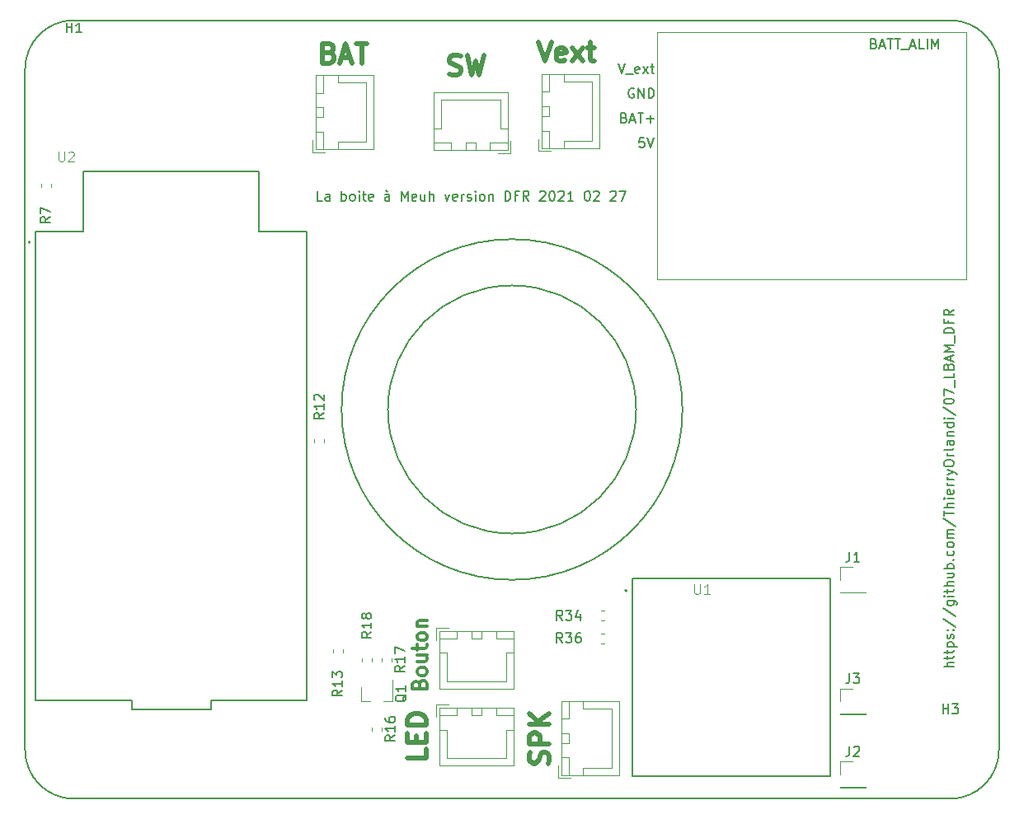
<source format=gbr>
%TF.GenerationSoftware,KiCad,Pcbnew,(5.1.6)-1*%
%TF.CreationDate,2021-02-27T16:35:54+01:00*%
%TF.ProjectId,07_LBAM_DFR,30375f4c-4241-44d5-9f44-46522e6b6963,rev?*%
%TF.SameCoordinates,Original*%
%TF.FileFunction,Legend,Top*%
%TF.FilePolarity,Positive*%
%FSLAX46Y46*%
G04 Gerber Fmt 4.6, Leading zero omitted, Abs format (unit mm)*
G04 Created by KiCad (PCBNEW (5.1.6)-1) date 2021-02-27 16:35:54*
%MOMM*%
%LPD*%
G01*
G04 APERTURE LIST*
%ADD10C,0.500000*%
%ADD11C,0.150000*%
%TA.AperFunction,Profile*%
%ADD12C,0.150000*%
%TD*%
%ADD13C,0.375000*%
%ADD14C,0.127000*%
%ADD15C,0.200000*%
%ADD16C,0.120000*%
%ADD17C,0.015000*%
G04 APERTURE END LIST*
D10*
X153709523Y-141371428D02*
X153804761Y-141085714D01*
X153804761Y-140609523D01*
X153709523Y-140419047D01*
X153614285Y-140323809D01*
X153423809Y-140228571D01*
X153233333Y-140228571D01*
X153042857Y-140323809D01*
X152947619Y-140419047D01*
X152852380Y-140609523D01*
X152757142Y-140990476D01*
X152661904Y-141180952D01*
X152566666Y-141276190D01*
X152376190Y-141371428D01*
X152185714Y-141371428D01*
X151995238Y-141276190D01*
X151900000Y-141180952D01*
X151804761Y-140990476D01*
X151804761Y-140514285D01*
X151900000Y-140228571D01*
X153804761Y-139371428D02*
X151804761Y-139371428D01*
X151804761Y-138609523D01*
X151900000Y-138419047D01*
X151995238Y-138323809D01*
X152185714Y-138228571D01*
X152471428Y-138228571D01*
X152661904Y-138323809D01*
X152757142Y-138419047D01*
X152852380Y-138609523D01*
X152852380Y-139371428D01*
X153804761Y-137371428D02*
X151804761Y-137371428D01*
X153804761Y-136228571D02*
X152661904Y-137085714D01*
X151804761Y-136228571D02*
X152947619Y-137371428D01*
D11*
X167500000Y-105000000D02*
G75*
G03*
X167500000Y-105000000I-17500000J0D01*
G01*
D12*
X162747549Y-105000000D02*
G75*
G03*
X162747549Y-105000000I-12747549J0D01*
G01*
D10*
X143585714Y-70509523D02*
X143871428Y-70604761D01*
X144347619Y-70604761D01*
X144538095Y-70509523D01*
X144633333Y-70414285D01*
X144728571Y-70223809D01*
X144728571Y-70033333D01*
X144633333Y-69842857D01*
X144538095Y-69747619D01*
X144347619Y-69652380D01*
X143966666Y-69557142D01*
X143776190Y-69461904D01*
X143680952Y-69366666D01*
X143585714Y-69176190D01*
X143585714Y-68985714D01*
X143680952Y-68795238D01*
X143776190Y-68700000D01*
X143966666Y-68604761D01*
X144442857Y-68604761D01*
X144728571Y-68700000D01*
X145395238Y-68604761D02*
X145871428Y-70604761D01*
X146252380Y-69176190D01*
X146633333Y-70604761D01*
X147109523Y-68604761D01*
X131223809Y-68357142D02*
X131509523Y-68452380D01*
X131604761Y-68547619D01*
X131700000Y-68738095D01*
X131700000Y-69023809D01*
X131604761Y-69214285D01*
X131509523Y-69309523D01*
X131319047Y-69404761D01*
X130557142Y-69404761D01*
X130557142Y-67404761D01*
X131223809Y-67404761D01*
X131414285Y-67500000D01*
X131509523Y-67595238D01*
X131604761Y-67785714D01*
X131604761Y-67976190D01*
X131509523Y-68166666D01*
X131414285Y-68261904D01*
X131223809Y-68357142D01*
X130557142Y-68357142D01*
X132461904Y-68833333D02*
X133414285Y-68833333D01*
X132271428Y-69404761D02*
X132938095Y-67404761D01*
X133604761Y-69404761D01*
X133985714Y-67404761D02*
X135128571Y-67404761D01*
X134557142Y-69404761D02*
X134557142Y-67404761D01*
X152695238Y-67204761D02*
X153361904Y-69204761D01*
X154028571Y-67204761D01*
X155457142Y-69109523D02*
X155266666Y-69204761D01*
X154885714Y-69204761D01*
X154695238Y-69109523D01*
X154600000Y-68919047D01*
X154600000Y-68157142D01*
X154695238Y-67966666D01*
X154885714Y-67871428D01*
X155266666Y-67871428D01*
X155457142Y-67966666D01*
X155552380Y-68157142D01*
X155552380Y-68347619D01*
X154600000Y-68538095D01*
X156219047Y-69204761D02*
X157266666Y-67871428D01*
X156219047Y-67871428D02*
X157266666Y-69204761D01*
X157742857Y-67871428D02*
X158504761Y-67871428D01*
X158028571Y-67204761D02*
X158028571Y-68919047D01*
X158123809Y-69109523D01*
X158314285Y-69204761D01*
X158504761Y-69204761D01*
D11*
X130490476Y-83552380D02*
X130014285Y-83552380D01*
X130014285Y-82552380D01*
X131252380Y-83552380D02*
X131252380Y-83028571D01*
X131204761Y-82933333D01*
X131109523Y-82885714D01*
X130919047Y-82885714D01*
X130823809Y-82933333D01*
X131252380Y-83504761D02*
X131157142Y-83552380D01*
X130919047Y-83552380D01*
X130823809Y-83504761D01*
X130776190Y-83409523D01*
X130776190Y-83314285D01*
X130823809Y-83219047D01*
X130919047Y-83171428D01*
X131157142Y-83171428D01*
X131252380Y-83123809D01*
X132490476Y-83552380D02*
X132490476Y-82552380D01*
X132490476Y-82933333D02*
X132585714Y-82885714D01*
X132776190Y-82885714D01*
X132871428Y-82933333D01*
X132919047Y-82980952D01*
X132966666Y-83076190D01*
X132966666Y-83361904D01*
X132919047Y-83457142D01*
X132871428Y-83504761D01*
X132776190Y-83552380D01*
X132585714Y-83552380D01*
X132490476Y-83504761D01*
X133538095Y-83552380D02*
X133442857Y-83504761D01*
X133395238Y-83457142D01*
X133347619Y-83361904D01*
X133347619Y-83076190D01*
X133395238Y-82980952D01*
X133442857Y-82933333D01*
X133538095Y-82885714D01*
X133680952Y-82885714D01*
X133776190Y-82933333D01*
X133823809Y-82980952D01*
X133871428Y-83076190D01*
X133871428Y-83361904D01*
X133823809Y-83457142D01*
X133776190Y-83504761D01*
X133680952Y-83552380D01*
X133538095Y-83552380D01*
X134300000Y-83552380D02*
X134300000Y-82885714D01*
X134300000Y-82552380D02*
X134252380Y-82600000D01*
X134300000Y-82647619D01*
X134347619Y-82600000D01*
X134300000Y-82552380D01*
X134300000Y-82647619D01*
X134633333Y-82885714D02*
X135014285Y-82885714D01*
X134776190Y-82552380D02*
X134776190Y-83409523D01*
X134823809Y-83504761D01*
X134919047Y-83552380D01*
X135014285Y-83552380D01*
X135728571Y-83504761D02*
X135633333Y-83552380D01*
X135442857Y-83552380D01*
X135347619Y-83504761D01*
X135300000Y-83409523D01*
X135300000Y-83028571D01*
X135347619Y-82933333D01*
X135442857Y-82885714D01*
X135633333Y-82885714D01*
X135728571Y-82933333D01*
X135776190Y-83028571D01*
X135776190Y-83123809D01*
X135300000Y-83219047D01*
X137395238Y-83552380D02*
X137395238Y-83028571D01*
X137347619Y-82933333D01*
X137252380Y-82885714D01*
X137061904Y-82885714D01*
X136966666Y-82933333D01*
X137395238Y-83504761D02*
X137300000Y-83552380D01*
X137061904Y-83552380D01*
X136966666Y-83504761D01*
X136919047Y-83409523D01*
X136919047Y-83314285D01*
X136966666Y-83219047D01*
X137061904Y-83171428D01*
X137300000Y-83171428D01*
X137395238Y-83123809D01*
X137061904Y-82504761D02*
X137204761Y-82647619D01*
X138633333Y-83552380D02*
X138633333Y-82552380D01*
X138966666Y-83266666D01*
X139300000Y-82552380D01*
X139300000Y-83552380D01*
X140157142Y-83504761D02*
X140061904Y-83552380D01*
X139871428Y-83552380D01*
X139776190Y-83504761D01*
X139728571Y-83409523D01*
X139728571Y-83028571D01*
X139776190Y-82933333D01*
X139871428Y-82885714D01*
X140061904Y-82885714D01*
X140157142Y-82933333D01*
X140204761Y-83028571D01*
X140204761Y-83123809D01*
X139728571Y-83219047D01*
X141061904Y-82885714D02*
X141061904Y-83552380D01*
X140633333Y-82885714D02*
X140633333Y-83409523D01*
X140680952Y-83504761D01*
X140776190Y-83552380D01*
X140919047Y-83552380D01*
X141014285Y-83504761D01*
X141061904Y-83457142D01*
X141538095Y-83552380D02*
X141538095Y-82552380D01*
X141966666Y-83552380D02*
X141966666Y-83028571D01*
X141919047Y-82933333D01*
X141823809Y-82885714D01*
X141680952Y-82885714D01*
X141585714Y-82933333D01*
X141538095Y-82980952D01*
X143109523Y-82885714D02*
X143347619Y-83552380D01*
X143585714Y-82885714D01*
X144347619Y-83504761D02*
X144252380Y-83552380D01*
X144061904Y-83552380D01*
X143966666Y-83504761D01*
X143919047Y-83409523D01*
X143919047Y-83028571D01*
X143966666Y-82933333D01*
X144061904Y-82885714D01*
X144252380Y-82885714D01*
X144347619Y-82933333D01*
X144395238Y-83028571D01*
X144395238Y-83123809D01*
X143919047Y-83219047D01*
X144823809Y-83552380D02*
X144823809Y-82885714D01*
X144823809Y-83076190D02*
X144871428Y-82980952D01*
X144919047Y-82933333D01*
X145014285Y-82885714D01*
X145109523Y-82885714D01*
X145395238Y-83504761D02*
X145490476Y-83552380D01*
X145680952Y-83552380D01*
X145776190Y-83504761D01*
X145823809Y-83409523D01*
X145823809Y-83361904D01*
X145776190Y-83266666D01*
X145680952Y-83219047D01*
X145538095Y-83219047D01*
X145442857Y-83171428D01*
X145395238Y-83076190D01*
X145395238Y-83028571D01*
X145442857Y-82933333D01*
X145538095Y-82885714D01*
X145680952Y-82885714D01*
X145776190Y-82933333D01*
X146252380Y-83552380D02*
X146252380Y-82885714D01*
X146252380Y-82552380D02*
X146204761Y-82600000D01*
X146252380Y-82647619D01*
X146300000Y-82600000D01*
X146252380Y-82552380D01*
X146252380Y-82647619D01*
X146871428Y-83552380D02*
X146776190Y-83504761D01*
X146728571Y-83457142D01*
X146680952Y-83361904D01*
X146680952Y-83076190D01*
X146728571Y-82980952D01*
X146776190Y-82933333D01*
X146871428Y-82885714D01*
X147014285Y-82885714D01*
X147109523Y-82933333D01*
X147157142Y-82980952D01*
X147204761Y-83076190D01*
X147204761Y-83361904D01*
X147157142Y-83457142D01*
X147109523Y-83504761D01*
X147014285Y-83552380D01*
X146871428Y-83552380D01*
X147633333Y-82885714D02*
X147633333Y-83552380D01*
X147633333Y-82980952D02*
X147680952Y-82933333D01*
X147776190Y-82885714D01*
X147919047Y-82885714D01*
X148014285Y-82933333D01*
X148061904Y-83028571D01*
X148061904Y-83552380D01*
X149300000Y-83552380D02*
X149300000Y-82552380D01*
X149538095Y-82552380D01*
X149680952Y-82600000D01*
X149776190Y-82695238D01*
X149823809Y-82790476D01*
X149871428Y-82980952D01*
X149871428Y-83123809D01*
X149823809Y-83314285D01*
X149776190Y-83409523D01*
X149680952Y-83504761D01*
X149538095Y-83552380D01*
X149300000Y-83552380D01*
X150633333Y-83028571D02*
X150300000Y-83028571D01*
X150300000Y-83552380D02*
X150300000Y-82552380D01*
X150776190Y-82552380D01*
X151728571Y-83552380D02*
X151395238Y-83076190D01*
X151157142Y-83552380D02*
X151157142Y-82552380D01*
X151538095Y-82552380D01*
X151633333Y-82600000D01*
X151680952Y-82647619D01*
X151728571Y-82742857D01*
X151728571Y-82885714D01*
X151680952Y-82980952D01*
X151633333Y-83028571D01*
X151538095Y-83076190D01*
X151157142Y-83076190D01*
X152871428Y-82647619D02*
X152919047Y-82600000D01*
X153014285Y-82552380D01*
X153252380Y-82552380D01*
X153347619Y-82600000D01*
X153395238Y-82647619D01*
X153442857Y-82742857D01*
X153442857Y-82838095D01*
X153395238Y-82980952D01*
X152823809Y-83552380D01*
X153442857Y-83552380D01*
X154061904Y-82552380D02*
X154157142Y-82552380D01*
X154252380Y-82600000D01*
X154300000Y-82647619D01*
X154347619Y-82742857D01*
X154395238Y-82933333D01*
X154395238Y-83171428D01*
X154347619Y-83361904D01*
X154300000Y-83457142D01*
X154252380Y-83504761D01*
X154157142Y-83552380D01*
X154061904Y-83552380D01*
X153966666Y-83504761D01*
X153919047Y-83457142D01*
X153871428Y-83361904D01*
X153823809Y-83171428D01*
X153823809Y-82933333D01*
X153871428Y-82742857D01*
X153919047Y-82647619D01*
X153966666Y-82600000D01*
X154061904Y-82552380D01*
X154776190Y-82647619D02*
X154823809Y-82600000D01*
X154919047Y-82552380D01*
X155157142Y-82552380D01*
X155252380Y-82600000D01*
X155300000Y-82647619D01*
X155347619Y-82742857D01*
X155347619Y-82838095D01*
X155300000Y-82980952D01*
X154728571Y-83552380D01*
X155347619Y-83552380D01*
X156300000Y-83552380D02*
X155728571Y-83552380D01*
X156014285Y-83552380D02*
X156014285Y-82552380D01*
X155919047Y-82695238D01*
X155823809Y-82790476D01*
X155728571Y-82838095D01*
X157680952Y-82552380D02*
X157776190Y-82552380D01*
X157871428Y-82600000D01*
X157919047Y-82647619D01*
X157966666Y-82742857D01*
X158014285Y-82933333D01*
X158014285Y-83171428D01*
X157966666Y-83361904D01*
X157919047Y-83457142D01*
X157871428Y-83504761D01*
X157776190Y-83552380D01*
X157680952Y-83552380D01*
X157585714Y-83504761D01*
X157538095Y-83457142D01*
X157490476Y-83361904D01*
X157442857Y-83171428D01*
X157442857Y-82933333D01*
X157490476Y-82742857D01*
X157538095Y-82647619D01*
X157585714Y-82600000D01*
X157680952Y-82552380D01*
X158395238Y-82647619D02*
X158442857Y-82600000D01*
X158538095Y-82552380D01*
X158776190Y-82552380D01*
X158871428Y-82600000D01*
X158919047Y-82647619D01*
X158966666Y-82742857D01*
X158966666Y-82838095D01*
X158919047Y-82980952D01*
X158347619Y-83552380D01*
X158966666Y-83552380D01*
X160109523Y-82647619D02*
X160157142Y-82600000D01*
X160252380Y-82552380D01*
X160490476Y-82552380D01*
X160585714Y-82600000D01*
X160633333Y-82647619D01*
X160680952Y-82742857D01*
X160680952Y-82838095D01*
X160633333Y-82980952D01*
X160061904Y-83552380D01*
X160680952Y-83552380D01*
X161014285Y-82552380D02*
X161680952Y-82552380D01*
X161252380Y-83552380D01*
X195352380Y-131433333D02*
X194352380Y-131433333D01*
X195352380Y-131004761D02*
X194828571Y-131004761D01*
X194733333Y-131052380D01*
X194685714Y-131147619D01*
X194685714Y-131290476D01*
X194733333Y-131385714D01*
X194780952Y-131433333D01*
X194685714Y-130671428D02*
X194685714Y-130290476D01*
X194352380Y-130528571D02*
X195209523Y-130528571D01*
X195304761Y-130480952D01*
X195352380Y-130385714D01*
X195352380Y-130290476D01*
X194685714Y-130100000D02*
X194685714Y-129719047D01*
X194352380Y-129957142D02*
X195209523Y-129957142D01*
X195304761Y-129909523D01*
X195352380Y-129814285D01*
X195352380Y-129719047D01*
X194685714Y-129385714D02*
X195685714Y-129385714D01*
X194733333Y-129385714D02*
X194685714Y-129290476D01*
X194685714Y-129100000D01*
X194733333Y-129004761D01*
X194780952Y-128957142D01*
X194876190Y-128909523D01*
X195161904Y-128909523D01*
X195257142Y-128957142D01*
X195304761Y-129004761D01*
X195352380Y-129100000D01*
X195352380Y-129290476D01*
X195304761Y-129385714D01*
X195304761Y-128528571D02*
X195352380Y-128433333D01*
X195352380Y-128242857D01*
X195304761Y-128147619D01*
X195209523Y-128100000D01*
X195161904Y-128100000D01*
X195066666Y-128147619D01*
X195019047Y-128242857D01*
X195019047Y-128385714D01*
X194971428Y-128480952D01*
X194876190Y-128528571D01*
X194828571Y-128528571D01*
X194733333Y-128480952D01*
X194685714Y-128385714D01*
X194685714Y-128242857D01*
X194733333Y-128147619D01*
X195257142Y-127671428D02*
X195304761Y-127623809D01*
X195352380Y-127671428D01*
X195304761Y-127719047D01*
X195257142Y-127671428D01*
X195352380Y-127671428D01*
X194733333Y-127671428D02*
X194780952Y-127623809D01*
X194828571Y-127671428D01*
X194780952Y-127719047D01*
X194733333Y-127671428D01*
X194828571Y-127671428D01*
X194304761Y-126480952D02*
X195590476Y-127338095D01*
X194304761Y-125433333D02*
X195590476Y-126290476D01*
X194685714Y-124671428D02*
X195495238Y-124671428D01*
X195590476Y-124719047D01*
X195638095Y-124766666D01*
X195685714Y-124861904D01*
X195685714Y-125004761D01*
X195638095Y-125100000D01*
X195304761Y-124671428D02*
X195352380Y-124766666D01*
X195352380Y-124957142D01*
X195304761Y-125052380D01*
X195257142Y-125100000D01*
X195161904Y-125147619D01*
X194876190Y-125147619D01*
X194780952Y-125100000D01*
X194733333Y-125052380D01*
X194685714Y-124957142D01*
X194685714Y-124766666D01*
X194733333Y-124671428D01*
X195352380Y-124195238D02*
X194685714Y-124195238D01*
X194352380Y-124195238D02*
X194400000Y-124242857D01*
X194447619Y-124195238D01*
X194400000Y-124147619D01*
X194352380Y-124195238D01*
X194447619Y-124195238D01*
X194685714Y-123861904D02*
X194685714Y-123480952D01*
X194352380Y-123719047D02*
X195209523Y-123719047D01*
X195304761Y-123671428D01*
X195352380Y-123576190D01*
X195352380Y-123480952D01*
X195352380Y-123147619D02*
X194352380Y-123147619D01*
X195352380Y-122719047D02*
X194828571Y-122719047D01*
X194733333Y-122766666D01*
X194685714Y-122861904D01*
X194685714Y-123004761D01*
X194733333Y-123100000D01*
X194780952Y-123147619D01*
X194685714Y-121814285D02*
X195352380Y-121814285D01*
X194685714Y-122242857D02*
X195209523Y-122242857D01*
X195304761Y-122195238D01*
X195352380Y-122100000D01*
X195352380Y-121957142D01*
X195304761Y-121861904D01*
X195257142Y-121814285D01*
X195352380Y-121338095D02*
X194352380Y-121338095D01*
X194733333Y-121338095D02*
X194685714Y-121242857D01*
X194685714Y-121052380D01*
X194733333Y-120957142D01*
X194780952Y-120909523D01*
X194876190Y-120861904D01*
X195161904Y-120861904D01*
X195257142Y-120909523D01*
X195304761Y-120957142D01*
X195352380Y-121052380D01*
X195352380Y-121242857D01*
X195304761Y-121338095D01*
X195257142Y-120433333D02*
X195304761Y-120385714D01*
X195352380Y-120433333D01*
X195304761Y-120480952D01*
X195257142Y-120433333D01*
X195352380Y-120433333D01*
X195304761Y-119528571D02*
X195352380Y-119623809D01*
X195352380Y-119814285D01*
X195304761Y-119909523D01*
X195257142Y-119957142D01*
X195161904Y-120004761D01*
X194876190Y-120004761D01*
X194780952Y-119957142D01*
X194733333Y-119909523D01*
X194685714Y-119814285D01*
X194685714Y-119623809D01*
X194733333Y-119528571D01*
X195352380Y-118957142D02*
X195304761Y-119052380D01*
X195257142Y-119100000D01*
X195161904Y-119147619D01*
X194876190Y-119147619D01*
X194780952Y-119100000D01*
X194733333Y-119052380D01*
X194685714Y-118957142D01*
X194685714Y-118814285D01*
X194733333Y-118719047D01*
X194780952Y-118671428D01*
X194876190Y-118623809D01*
X195161904Y-118623809D01*
X195257142Y-118671428D01*
X195304761Y-118719047D01*
X195352380Y-118814285D01*
X195352380Y-118957142D01*
X195352380Y-118195238D02*
X194685714Y-118195238D01*
X194780952Y-118195238D02*
X194733333Y-118147619D01*
X194685714Y-118052380D01*
X194685714Y-117909523D01*
X194733333Y-117814285D01*
X194828571Y-117766666D01*
X195352380Y-117766666D01*
X194828571Y-117766666D02*
X194733333Y-117719047D01*
X194685714Y-117623809D01*
X194685714Y-117480952D01*
X194733333Y-117385714D01*
X194828571Y-117338095D01*
X195352380Y-117338095D01*
X194304761Y-116147619D02*
X195590476Y-117004761D01*
X194352380Y-115957142D02*
X194352380Y-115385714D01*
X195352380Y-115671428D02*
X194352380Y-115671428D01*
X195352380Y-115052380D02*
X194352380Y-115052380D01*
X195352380Y-114623809D02*
X194828571Y-114623809D01*
X194733333Y-114671428D01*
X194685714Y-114766666D01*
X194685714Y-114909523D01*
X194733333Y-115004761D01*
X194780952Y-115052380D01*
X195352380Y-114147619D02*
X194685714Y-114147619D01*
X194352380Y-114147619D02*
X194400000Y-114195238D01*
X194447619Y-114147619D01*
X194400000Y-114100000D01*
X194352380Y-114147619D01*
X194447619Y-114147619D01*
X195304761Y-113290476D02*
X195352380Y-113385714D01*
X195352380Y-113576190D01*
X195304761Y-113671428D01*
X195209523Y-113719047D01*
X194828571Y-113719047D01*
X194733333Y-113671428D01*
X194685714Y-113576190D01*
X194685714Y-113385714D01*
X194733333Y-113290476D01*
X194828571Y-113242857D01*
X194923809Y-113242857D01*
X195019047Y-113719047D01*
X195352380Y-112814285D02*
X194685714Y-112814285D01*
X194876190Y-112814285D02*
X194780952Y-112766666D01*
X194733333Y-112719047D01*
X194685714Y-112623809D01*
X194685714Y-112528571D01*
X195352380Y-112195238D02*
X194685714Y-112195238D01*
X194876190Y-112195238D02*
X194780952Y-112147619D01*
X194733333Y-112100000D01*
X194685714Y-112004761D01*
X194685714Y-111909523D01*
X194685714Y-111671428D02*
X195352380Y-111433333D01*
X194685714Y-111195238D02*
X195352380Y-111433333D01*
X195590476Y-111528571D01*
X195638095Y-111576190D01*
X195685714Y-111671428D01*
X194352380Y-110623809D02*
X194352380Y-110433333D01*
X194400000Y-110338095D01*
X194495238Y-110242857D01*
X194685714Y-110195238D01*
X195019047Y-110195238D01*
X195209523Y-110242857D01*
X195304761Y-110338095D01*
X195352380Y-110433333D01*
X195352380Y-110623809D01*
X195304761Y-110719047D01*
X195209523Y-110814285D01*
X195019047Y-110861904D01*
X194685714Y-110861904D01*
X194495238Y-110814285D01*
X194400000Y-110719047D01*
X194352380Y-110623809D01*
X195352380Y-109766666D02*
X194685714Y-109766666D01*
X194876190Y-109766666D02*
X194780952Y-109719047D01*
X194733333Y-109671428D01*
X194685714Y-109576190D01*
X194685714Y-109480952D01*
X195352380Y-109004761D02*
X195304761Y-109100000D01*
X195209523Y-109147619D01*
X194352380Y-109147619D01*
X195352380Y-108195238D02*
X194828571Y-108195238D01*
X194733333Y-108242857D01*
X194685714Y-108338095D01*
X194685714Y-108528571D01*
X194733333Y-108623809D01*
X195304761Y-108195238D02*
X195352380Y-108290476D01*
X195352380Y-108528571D01*
X195304761Y-108623809D01*
X195209523Y-108671428D01*
X195114285Y-108671428D01*
X195019047Y-108623809D01*
X194971428Y-108528571D01*
X194971428Y-108290476D01*
X194923809Y-108195238D01*
X194685714Y-107719047D02*
X195352380Y-107719047D01*
X194780952Y-107719047D02*
X194733333Y-107671428D01*
X194685714Y-107576190D01*
X194685714Y-107433333D01*
X194733333Y-107338095D01*
X194828571Y-107290476D01*
X195352380Y-107290476D01*
X195352380Y-106385714D02*
X194352380Y-106385714D01*
X195304761Y-106385714D02*
X195352380Y-106480952D01*
X195352380Y-106671428D01*
X195304761Y-106766666D01*
X195257142Y-106814285D01*
X195161904Y-106861904D01*
X194876190Y-106861904D01*
X194780952Y-106814285D01*
X194733333Y-106766666D01*
X194685714Y-106671428D01*
X194685714Y-106480952D01*
X194733333Y-106385714D01*
X195352380Y-105909523D02*
X194685714Y-105909523D01*
X194352380Y-105909523D02*
X194400000Y-105957142D01*
X194447619Y-105909523D01*
X194400000Y-105861904D01*
X194352380Y-105909523D01*
X194447619Y-105909523D01*
X194304761Y-104719047D02*
X195590476Y-105576190D01*
X194352380Y-104195238D02*
X194352380Y-104100000D01*
X194400000Y-104004761D01*
X194447619Y-103957142D01*
X194542857Y-103909523D01*
X194733333Y-103861904D01*
X194971428Y-103861904D01*
X195161904Y-103909523D01*
X195257142Y-103957142D01*
X195304761Y-104004761D01*
X195352380Y-104100000D01*
X195352380Y-104195238D01*
X195304761Y-104290476D01*
X195257142Y-104338095D01*
X195161904Y-104385714D01*
X194971428Y-104433333D01*
X194733333Y-104433333D01*
X194542857Y-104385714D01*
X194447619Y-104338095D01*
X194400000Y-104290476D01*
X194352380Y-104195238D01*
X194352380Y-103528571D02*
X194352380Y-102861904D01*
X195352380Y-103290476D01*
X195447619Y-102719047D02*
X195447619Y-101957142D01*
X195352380Y-101242857D02*
X195352380Y-101719047D01*
X194352380Y-101719047D01*
X194828571Y-100576190D02*
X194876190Y-100433333D01*
X194923809Y-100385714D01*
X195019047Y-100338095D01*
X195161904Y-100338095D01*
X195257142Y-100385714D01*
X195304761Y-100433333D01*
X195352380Y-100528571D01*
X195352380Y-100909523D01*
X194352380Y-100909523D01*
X194352380Y-100576190D01*
X194400000Y-100480952D01*
X194447619Y-100433333D01*
X194542857Y-100385714D01*
X194638095Y-100385714D01*
X194733333Y-100433333D01*
X194780952Y-100480952D01*
X194828571Y-100576190D01*
X194828571Y-100909523D01*
X195066666Y-99957142D02*
X195066666Y-99480952D01*
X195352380Y-100052380D02*
X194352380Y-99719047D01*
X195352380Y-99385714D01*
X195352380Y-99052380D02*
X194352380Y-99052380D01*
X195066666Y-98719047D01*
X194352380Y-98385714D01*
X195352380Y-98385714D01*
X195447619Y-98147619D02*
X195447619Y-97385714D01*
X195352380Y-97147619D02*
X194352380Y-97147619D01*
X194352380Y-96909523D01*
X194400000Y-96766666D01*
X194495238Y-96671428D01*
X194590476Y-96623809D01*
X194780952Y-96576190D01*
X194923809Y-96576190D01*
X195114285Y-96623809D01*
X195209523Y-96671428D01*
X195304761Y-96766666D01*
X195352380Y-96909523D01*
X195352380Y-97147619D01*
X194828571Y-95814285D02*
X194828571Y-96147619D01*
X195352380Y-96147619D02*
X194352380Y-96147619D01*
X194352380Y-95671428D01*
X195352380Y-94719047D02*
X194876190Y-95052380D01*
X195352380Y-95290476D02*
X194352380Y-95290476D01*
X194352380Y-94909523D01*
X194400000Y-94814285D01*
X194447619Y-94766666D01*
X194542857Y-94719047D01*
X194685714Y-94719047D01*
X194780952Y-94766666D01*
X194828571Y-94814285D01*
X194876190Y-94909523D01*
X194876190Y-95290476D01*
D13*
X140492857Y-133235714D02*
X140564285Y-133021428D01*
X140635714Y-132950000D01*
X140778571Y-132878571D01*
X140992857Y-132878571D01*
X141135714Y-132950000D01*
X141207142Y-133021428D01*
X141278571Y-133164285D01*
X141278571Y-133735714D01*
X139778571Y-133735714D01*
X139778571Y-133235714D01*
X139850000Y-133092857D01*
X139921428Y-133021428D01*
X140064285Y-132950000D01*
X140207142Y-132950000D01*
X140350000Y-133021428D01*
X140421428Y-133092857D01*
X140492857Y-133235714D01*
X140492857Y-133735714D01*
X141278571Y-132021428D02*
X141207142Y-132164285D01*
X141135714Y-132235714D01*
X140992857Y-132307142D01*
X140564285Y-132307142D01*
X140421428Y-132235714D01*
X140350000Y-132164285D01*
X140278571Y-132021428D01*
X140278571Y-131807142D01*
X140350000Y-131664285D01*
X140421428Y-131592857D01*
X140564285Y-131521428D01*
X140992857Y-131521428D01*
X141135714Y-131592857D01*
X141207142Y-131664285D01*
X141278571Y-131807142D01*
X141278571Y-132021428D01*
X140278571Y-130235714D02*
X141278571Y-130235714D01*
X140278571Y-130878571D02*
X141064285Y-130878571D01*
X141207142Y-130807142D01*
X141278571Y-130664285D01*
X141278571Y-130450000D01*
X141207142Y-130307142D01*
X141135714Y-130235714D01*
X140278571Y-129735714D02*
X140278571Y-129164285D01*
X139778571Y-129521428D02*
X141064285Y-129521428D01*
X141207142Y-129450000D01*
X141278571Y-129307142D01*
X141278571Y-129164285D01*
X141278571Y-128450000D02*
X141207142Y-128592857D01*
X141135714Y-128664285D01*
X140992857Y-128735714D01*
X140564285Y-128735714D01*
X140421428Y-128664285D01*
X140350000Y-128592857D01*
X140278571Y-128450000D01*
X140278571Y-128235714D01*
X140350000Y-128092857D01*
X140421428Y-128021428D01*
X140564285Y-127950000D01*
X140992857Y-127950000D01*
X141135714Y-128021428D01*
X141207142Y-128092857D01*
X141278571Y-128235714D01*
X141278571Y-128450000D01*
X140278571Y-127307142D02*
X141278571Y-127307142D01*
X140421428Y-127307142D02*
X140350000Y-127235714D01*
X140278571Y-127092857D01*
X140278571Y-126878571D01*
X140350000Y-126735714D01*
X140492857Y-126664285D01*
X141278571Y-126664285D01*
D10*
X141204761Y-139885714D02*
X141204761Y-140838095D01*
X139204761Y-140838095D01*
X140157142Y-139219047D02*
X140157142Y-138552380D01*
X141204761Y-138266666D02*
X141204761Y-139219047D01*
X139204761Y-139219047D01*
X139204761Y-138266666D01*
X141204761Y-137409523D02*
X139204761Y-137409523D01*
X139204761Y-136933333D01*
X139300000Y-136647619D01*
X139490476Y-136457142D01*
X139680952Y-136361904D01*
X140061904Y-136266666D01*
X140347619Y-136266666D01*
X140728571Y-136361904D01*
X140919047Y-136457142D01*
X141109523Y-136647619D01*
X141204761Y-136933333D01*
X141204761Y-137409523D01*
D12*
X180000000Y-65000000D02*
X195000000Y-65000000D01*
X157000000Y-65000000D02*
X180000000Y-65000000D01*
X195000000Y-65000000D02*
G75*
G02*
X200000000Y-70000000I0J-5000000D01*
G01*
X200000000Y-140000000D02*
G75*
G02*
X195000000Y-145000000I-5000000J0D01*
G01*
X105000000Y-145000000D02*
G75*
G02*
X100000000Y-140000000I0J5000000D01*
G01*
X100000000Y-70000000D02*
G75*
G02*
X105000000Y-65000000I5000000J0D01*
G01*
X100000000Y-140000000D02*
X100000000Y-70000000D01*
X195000000Y-145000000D02*
X105000000Y-145000000D01*
X200000000Y-70000000D02*
X200000000Y-140000000D01*
X105000000Y-65000000D02*
X157000000Y-65000000D01*
D14*
%TO.C,U2*%
X119060000Y-134900000D02*
X128950000Y-134900000D01*
X119060000Y-135800000D02*
X119060000Y-134900000D01*
X110930000Y-135800000D02*
X119060000Y-135800000D01*
X110930000Y-134900000D02*
X110930000Y-135800000D01*
X101050000Y-134900000D02*
X110930000Y-134900000D01*
X124000000Y-80500000D02*
X124000000Y-86700000D01*
X106000000Y-80500000D02*
X124000000Y-80500000D01*
X106000000Y-86700000D02*
X106000000Y-80500000D01*
X106000000Y-86700000D02*
X101050000Y-86700000D01*
X128950000Y-86700000D02*
X124000000Y-86700000D01*
X128950000Y-134900000D02*
X128950000Y-86700000D01*
X101050000Y-86700000D02*
X101050000Y-134900000D01*
D15*
X100530000Y-87830000D02*
G75*
G03*
X100530000Y-87830000I-100000J0D01*
G01*
D16*
%TO.C,Q1*%
X134520000Y-134960000D02*
X135450000Y-134960000D01*
X137680000Y-134960000D02*
X136750000Y-134960000D01*
X137680000Y-134960000D02*
X137680000Y-132800000D01*
X134520000Y-134960000D02*
X134520000Y-133500000D01*
D14*
%TO.C,U1*%
X162340000Y-142660000D02*
X162340000Y-122340000D01*
X162340000Y-122340000D02*
X182660000Y-122340000D01*
X182660000Y-122340000D02*
X182660000Y-142660000D01*
X182660000Y-142660000D02*
X162340000Y-142660000D01*
D15*
X161800000Y-123610000D02*
G75*
G03*
X161800000Y-123610000I-100000J0D01*
G01*
D16*
%TO.C,J18*%
X142540000Y-127740000D02*
X142540000Y-133710000D01*
X142540000Y-133710000D02*
X150160000Y-133710000D01*
X150160000Y-133710000D02*
X150160000Y-127740000D01*
X150160000Y-127740000D02*
X142540000Y-127740000D01*
X145850000Y-127750000D02*
X145850000Y-128500000D01*
X145850000Y-128500000D02*
X146850000Y-128500000D01*
X146850000Y-128500000D02*
X146850000Y-127750000D01*
X146850000Y-127750000D02*
X145850000Y-127750000D01*
X142550000Y-127750000D02*
X142550000Y-128500000D01*
X142550000Y-128500000D02*
X144350000Y-128500000D01*
X144350000Y-128500000D02*
X144350000Y-127750000D01*
X144350000Y-127750000D02*
X142550000Y-127750000D01*
X148350000Y-127750000D02*
X148350000Y-128500000D01*
X148350000Y-128500000D02*
X150150000Y-128500000D01*
X150150000Y-128500000D02*
X150150000Y-127750000D01*
X150150000Y-127750000D02*
X148350000Y-127750000D01*
X142550000Y-130000000D02*
X143300000Y-130000000D01*
X143300000Y-130000000D02*
X143300000Y-132950000D01*
X143300000Y-132950000D02*
X146350000Y-132950000D01*
X150150000Y-130000000D02*
X149400000Y-130000000D01*
X149400000Y-130000000D02*
X149400000Y-132950000D01*
X149400000Y-132950000D02*
X146350000Y-132950000D01*
X143500000Y-127450000D02*
X142250000Y-127450000D01*
X142250000Y-127450000D02*
X142250000Y-128700000D01*
%TO.C,J26*%
X142540000Y-135640000D02*
X142540000Y-141610000D01*
X142540000Y-141610000D02*
X150160000Y-141610000D01*
X150160000Y-141610000D02*
X150160000Y-135640000D01*
X150160000Y-135640000D02*
X142540000Y-135640000D01*
X145850000Y-135650000D02*
X145850000Y-136400000D01*
X145850000Y-136400000D02*
X146850000Y-136400000D01*
X146850000Y-136400000D02*
X146850000Y-135650000D01*
X146850000Y-135650000D02*
X145850000Y-135650000D01*
X142550000Y-135650000D02*
X142550000Y-136400000D01*
X142550000Y-136400000D02*
X144350000Y-136400000D01*
X144350000Y-136400000D02*
X144350000Y-135650000D01*
X144350000Y-135650000D02*
X142550000Y-135650000D01*
X148350000Y-135650000D02*
X148350000Y-136400000D01*
X148350000Y-136400000D02*
X150150000Y-136400000D01*
X150150000Y-136400000D02*
X150150000Y-135650000D01*
X150150000Y-135650000D02*
X148350000Y-135650000D01*
X142550000Y-137900000D02*
X143300000Y-137900000D01*
X143300000Y-137900000D02*
X143300000Y-140850000D01*
X143300000Y-140850000D02*
X146350000Y-140850000D01*
X150150000Y-137900000D02*
X149400000Y-137900000D01*
X149400000Y-137900000D02*
X149400000Y-140850000D01*
X149400000Y-140850000D02*
X146350000Y-140850000D01*
X143500000Y-135350000D02*
X142250000Y-135350000D01*
X142250000Y-135350000D02*
X142250000Y-136600000D01*
%TO.C,J27*%
X153040000Y-78160000D02*
X159010000Y-78160000D01*
X159010000Y-78160000D02*
X159010000Y-70540000D01*
X159010000Y-70540000D02*
X153040000Y-70540000D01*
X153040000Y-70540000D02*
X153040000Y-78160000D01*
X153050000Y-74850000D02*
X153800000Y-74850000D01*
X153800000Y-74850000D02*
X153800000Y-73850000D01*
X153800000Y-73850000D02*
X153050000Y-73850000D01*
X153050000Y-73850000D02*
X153050000Y-74850000D01*
X153050000Y-78150000D02*
X153800000Y-78150000D01*
X153800000Y-78150000D02*
X153800000Y-76350000D01*
X153800000Y-76350000D02*
X153050000Y-76350000D01*
X153050000Y-76350000D02*
X153050000Y-78150000D01*
X153050000Y-72350000D02*
X153800000Y-72350000D01*
X153800000Y-72350000D02*
X153800000Y-70550000D01*
X153800000Y-70550000D02*
X153050000Y-70550000D01*
X153050000Y-70550000D02*
X153050000Y-72350000D01*
X155300000Y-78150000D02*
X155300000Y-77400000D01*
X155300000Y-77400000D02*
X158250000Y-77400000D01*
X158250000Y-77400000D02*
X158250000Y-74350000D01*
X155300000Y-70550000D02*
X155300000Y-71300000D01*
X155300000Y-71300000D02*
X158250000Y-71300000D01*
X158250000Y-71300000D02*
X158250000Y-74350000D01*
X152750000Y-77200000D02*
X152750000Y-78450000D01*
X152750000Y-78450000D02*
X154000000Y-78450000D01*
%TO.C,R7*%
X102710000Y-81803733D02*
X102710000Y-82146267D01*
X101690000Y-81803733D02*
X101690000Y-82146267D01*
%TO.C,R12*%
X129690000Y-108371267D02*
X129690000Y-108028733D01*
X130710000Y-108371267D02*
X130710000Y-108028733D01*
%TO.C,R13*%
X131590000Y-129971267D02*
X131590000Y-129628733D01*
X132610000Y-129971267D02*
X132610000Y-129628733D01*
%TO.C,R16*%
X136610000Y-137653733D02*
X136610000Y-137996267D01*
X135590000Y-137653733D02*
X135590000Y-137996267D01*
%TO.C,R17*%
X137610000Y-130528733D02*
X137610000Y-130871267D01*
X136590000Y-130528733D02*
X136590000Y-130871267D01*
%TO.C,R18*%
X134590000Y-130871267D02*
X134590000Y-130528733D01*
X135610000Y-130871267D02*
X135610000Y-130528733D01*
%TO.C,R34*%
X159471267Y-126710000D02*
X159128733Y-126710000D01*
X159471267Y-125690000D02*
X159128733Y-125690000D01*
%TO.C,R36*%
X159471267Y-129010000D02*
X159128733Y-129010000D01*
X159471267Y-127990000D02*
X159128733Y-127990000D01*
%TO.C,J9*%
X149560000Y-78360000D02*
X149560000Y-72390000D01*
X149560000Y-72390000D02*
X141940000Y-72390000D01*
X141940000Y-72390000D02*
X141940000Y-78360000D01*
X141940000Y-78360000D02*
X149560000Y-78360000D01*
X146250000Y-78350000D02*
X146250000Y-77600000D01*
X146250000Y-77600000D02*
X145250000Y-77600000D01*
X145250000Y-77600000D02*
X145250000Y-78350000D01*
X145250000Y-78350000D02*
X146250000Y-78350000D01*
X149550000Y-78350000D02*
X149550000Y-77600000D01*
X149550000Y-77600000D02*
X147750000Y-77600000D01*
X147750000Y-77600000D02*
X147750000Y-78350000D01*
X147750000Y-78350000D02*
X149550000Y-78350000D01*
X143750000Y-78350000D02*
X143750000Y-77600000D01*
X143750000Y-77600000D02*
X141950000Y-77600000D01*
X141950000Y-77600000D02*
X141950000Y-78350000D01*
X141950000Y-78350000D02*
X143750000Y-78350000D01*
X149550000Y-76100000D02*
X148800000Y-76100000D01*
X148800000Y-76100000D02*
X148800000Y-73150000D01*
X148800000Y-73150000D02*
X145750000Y-73150000D01*
X141950000Y-76100000D02*
X142700000Y-76100000D01*
X142700000Y-76100000D02*
X142700000Y-73150000D01*
X142700000Y-73150000D02*
X145750000Y-73150000D01*
X148600000Y-78650000D02*
X149850000Y-78650000D01*
X149850000Y-78650000D02*
X149850000Y-77400000D01*
%TO.C,J4*%
X129840000Y-78260000D02*
X135810000Y-78260000D01*
X135810000Y-78260000D02*
X135810000Y-70640000D01*
X135810000Y-70640000D02*
X129840000Y-70640000D01*
X129840000Y-70640000D02*
X129840000Y-78260000D01*
X129850000Y-74950000D02*
X130600000Y-74950000D01*
X130600000Y-74950000D02*
X130600000Y-73950000D01*
X130600000Y-73950000D02*
X129850000Y-73950000D01*
X129850000Y-73950000D02*
X129850000Y-74950000D01*
X129850000Y-78250000D02*
X130600000Y-78250000D01*
X130600000Y-78250000D02*
X130600000Y-76450000D01*
X130600000Y-76450000D02*
X129850000Y-76450000D01*
X129850000Y-76450000D02*
X129850000Y-78250000D01*
X129850000Y-72450000D02*
X130600000Y-72450000D01*
X130600000Y-72450000D02*
X130600000Y-70650000D01*
X130600000Y-70650000D02*
X129850000Y-70650000D01*
X129850000Y-70650000D02*
X129850000Y-72450000D01*
X132100000Y-78250000D02*
X132100000Y-77500000D01*
X132100000Y-77500000D02*
X135050000Y-77500000D01*
X135050000Y-77500000D02*
X135050000Y-74450000D01*
X132100000Y-70650000D02*
X132100000Y-71400000D01*
X132100000Y-71400000D02*
X135050000Y-71400000D01*
X135050000Y-71400000D02*
X135050000Y-74450000D01*
X129550000Y-77300000D02*
X129550000Y-78550000D01*
X129550000Y-78550000D02*
X130800000Y-78550000D01*
%TO.C,J1*%
X183670000Y-121170000D02*
X185000000Y-121170000D01*
X183670000Y-122500000D02*
X183670000Y-121170000D01*
X183670000Y-123770000D02*
X186330000Y-123770000D01*
X186330000Y-123770000D02*
X186330000Y-123830000D01*
X183670000Y-123770000D02*
X183670000Y-123830000D01*
X183670000Y-123830000D02*
X186330000Y-123830000D01*
%TO.C,J2*%
X183670000Y-141170000D02*
X185000000Y-141170000D01*
X183670000Y-142500000D02*
X183670000Y-141170000D01*
X183670000Y-143770000D02*
X186330000Y-143770000D01*
X186330000Y-143770000D02*
X186330000Y-143830000D01*
X183670000Y-143770000D02*
X183670000Y-143830000D01*
X183670000Y-143830000D02*
X186330000Y-143830000D01*
%TO.C,J3*%
X183670000Y-136330000D02*
X186330000Y-136330000D01*
X183670000Y-136270000D02*
X183670000Y-136330000D01*
X186330000Y-136270000D02*
X186330000Y-136330000D01*
X183670000Y-136270000D02*
X186330000Y-136270000D01*
X183670000Y-135000000D02*
X183670000Y-133670000D01*
X183670000Y-133670000D02*
X185000000Y-133670000D01*
%TO.C,J5*%
X154750000Y-142850000D02*
X156000000Y-142850000D01*
X154750000Y-141600000D02*
X154750000Y-142850000D01*
X160250000Y-135700000D02*
X160250000Y-138750000D01*
X157300000Y-135700000D02*
X160250000Y-135700000D01*
X157300000Y-134950000D02*
X157300000Y-135700000D01*
X160250000Y-141800000D02*
X160250000Y-138750000D01*
X157300000Y-141800000D02*
X160250000Y-141800000D01*
X157300000Y-142550000D02*
X157300000Y-141800000D01*
X155050000Y-134950000D02*
X155050000Y-136750000D01*
X155800000Y-134950000D02*
X155050000Y-134950000D01*
X155800000Y-136750000D02*
X155800000Y-134950000D01*
X155050000Y-136750000D02*
X155800000Y-136750000D01*
X155050000Y-140750000D02*
X155050000Y-142550000D01*
X155800000Y-140750000D02*
X155050000Y-140750000D01*
X155800000Y-142550000D02*
X155800000Y-140750000D01*
X155050000Y-142550000D02*
X155800000Y-142550000D01*
X155050000Y-138250000D02*
X155050000Y-139250000D01*
X155800000Y-138250000D02*
X155050000Y-138250000D01*
X155800000Y-139250000D02*
X155800000Y-138250000D01*
X155050000Y-139250000D02*
X155800000Y-139250000D01*
X155040000Y-134940000D02*
X155040000Y-142560000D01*
X161010000Y-134940000D02*
X155040000Y-134940000D01*
X161010000Y-142560000D02*
X161010000Y-134940000D01*
X155040000Y-142560000D02*
X161010000Y-142560000D01*
%TO.C,U4*%
X164920000Y-85240000D02*
X164920000Y-66190000D01*
X164920000Y-66190000D02*
X196670000Y-66190000D01*
X196670000Y-66190000D02*
X196670000Y-91590000D01*
X196670000Y-91590000D02*
X164920000Y-91590000D01*
X164920000Y-91590000D02*
X164920000Y-85240000D01*
%TD*%
%TO.C,U2*%
D17*
X103443095Y-78502380D02*
X103443095Y-79311904D01*
X103490714Y-79407142D01*
X103538333Y-79454761D01*
X103633571Y-79502380D01*
X103824047Y-79502380D01*
X103919285Y-79454761D01*
X103966904Y-79407142D01*
X104014523Y-79311904D01*
X104014523Y-78502380D01*
X104443095Y-78597619D02*
X104490714Y-78550000D01*
X104585952Y-78502380D01*
X104824047Y-78502380D01*
X104919285Y-78550000D01*
X104966904Y-78597619D01*
X105014523Y-78692857D01*
X105014523Y-78788095D01*
X104966904Y-78930952D01*
X104395476Y-79502380D01*
X105014523Y-79502380D01*
%TO.C,Q1*%
D11*
X139147619Y-134295238D02*
X139100000Y-134390476D01*
X139004761Y-134485714D01*
X138861904Y-134628571D01*
X138814285Y-134723809D01*
X138814285Y-134819047D01*
X139052380Y-134771428D02*
X139004761Y-134866666D01*
X138909523Y-134961904D01*
X138719047Y-135009523D01*
X138385714Y-135009523D01*
X138195238Y-134961904D01*
X138100000Y-134866666D01*
X138052380Y-134771428D01*
X138052380Y-134580952D01*
X138100000Y-134485714D01*
X138195238Y-134390476D01*
X138385714Y-134342857D01*
X138719047Y-134342857D01*
X138909523Y-134390476D01*
X139004761Y-134485714D01*
X139052380Y-134580952D01*
X139052380Y-134771428D01*
X139052380Y-133390476D02*
X139052380Y-133961904D01*
X139052380Y-133676190D02*
X138052380Y-133676190D01*
X138195238Y-133771428D01*
X138290476Y-133866666D01*
X138338095Y-133961904D01*
%TO.C,H3*%
X194238095Y-136252380D02*
X194238095Y-135252380D01*
X194238095Y-135728571D02*
X194809523Y-135728571D01*
X194809523Y-136252380D02*
X194809523Y-135252380D01*
X195190476Y-135252380D02*
X195809523Y-135252380D01*
X195476190Y-135633333D01*
X195619047Y-135633333D01*
X195714285Y-135680952D01*
X195761904Y-135728571D01*
X195809523Y-135823809D01*
X195809523Y-136061904D01*
X195761904Y-136157142D01*
X195714285Y-136204761D01*
X195619047Y-136252380D01*
X195333333Y-136252380D01*
X195238095Y-136204761D01*
X195190476Y-136157142D01*
%TO.C,H1*%
X104238095Y-66252380D02*
X104238095Y-65252380D01*
X104238095Y-65728571D02*
X104809523Y-65728571D01*
X104809523Y-66252380D02*
X104809523Y-65252380D01*
X105809523Y-66252380D02*
X105238095Y-66252380D01*
X105523809Y-66252380D02*
X105523809Y-65252380D01*
X105428571Y-65395238D01*
X105333333Y-65490476D01*
X105238095Y-65538095D01*
%TO.C,U1*%
D17*
X168738095Y-122952380D02*
X168738095Y-123761904D01*
X168785714Y-123857142D01*
X168833333Y-123904761D01*
X168928571Y-123952380D01*
X169119047Y-123952380D01*
X169214285Y-123904761D01*
X169261904Y-123857142D01*
X169309523Y-123761904D01*
X169309523Y-122952380D01*
X170309523Y-123952380D02*
X169738095Y-123952380D01*
X170023809Y-123952380D02*
X170023809Y-122952380D01*
X169928571Y-123095238D01*
X169833333Y-123190476D01*
X169738095Y-123238095D01*
%TO.C,R7*%
D11*
X102552380Y-85216666D02*
X102076190Y-85550000D01*
X102552380Y-85788095D02*
X101552380Y-85788095D01*
X101552380Y-85407142D01*
X101600000Y-85311904D01*
X101647619Y-85264285D01*
X101742857Y-85216666D01*
X101885714Y-85216666D01*
X101980952Y-85264285D01*
X102028571Y-85311904D01*
X102076190Y-85407142D01*
X102076190Y-85788095D01*
X101552380Y-84883333D02*
X101552380Y-84216666D01*
X102552380Y-84645238D01*
%TO.C,R12*%
X130652380Y-105342857D02*
X130176190Y-105676190D01*
X130652380Y-105914285D02*
X129652380Y-105914285D01*
X129652380Y-105533333D01*
X129700000Y-105438095D01*
X129747619Y-105390476D01*
X129842857Y-105342857D01*
X129985714Y-105342857D01*
X130080952Y-105390476D01*
X130128571Y-105438095D01*
X130176190Y-105533333D01*
X130176190Y-105914285D01*
X130652380Y-104390476D02*
X130652380Y-104961904D01*
X130652380Y-104676190D02*
X129652380Y-104676190D01*
X129795238Y-104771428D01*
X129890476Y-104866666D01*
X129938095Y-104961904D01*
X129747619Y-104009523D02*
X129700000Y-103961904D01*
X129652380Y-103866666D01*
X129652380Y-103628571D01*
X129700000Y-103533333D01*
X129747619Y-103485714D01*
X129842857Y-103438095D01*
X129938095Y-103438095D01*
X130080952Y-103485714D01*
X130652380Y-104057142D01*
X130652380Y-103438095D01*
%TO.C,R13*%
X132552380Y-133842857D02*
X132076190Y-134176190D01*
X132552380Y-134414285D02*
X131552380Y-134414285D01*
X131552380Y-134033333D01*
X131600000Y-133938095D01*
X131647619Y-133890476D01*
X131742857Y-133842857D01*
X131885714Y-133842857D01*
X131980952Y-133890476D01*
X132028571Y-133938095D01*
X132076190Y-134033333D01*
X132076190Y-134414285D01*
X132552380Y-132890476D02*
X132552380Y-133461904D01*
X132552380Y-133176190D02*
X131552380Y-133176190D01*
X131695238Y-133271428D01*
X131790476Y-133366666D01*
X131838095Y-133461904D01*
X131552380Y-132557142D02*
X131552380Y-131938095D01*
X131933333Y-132271428D01*
X131933333Y-132128571D01*
X131980952Y-132033333D01*
X132028571Y-131985714D01*
X132123809Y-131938095D01*
X132361904Y-131938095D01*
X132457142Y-131985714D01*
X132504761Y-132033333D01*
X132552380Y-132128571D01*
X132552380Y-132414285D01*
X132504761Y-132509523D01*
X132457142Y-132557142D01*
%TO.C,R16*%
X137982380Y-138467857D02*
X137506190Y-138801190D01*
X137982380Y-139039285D02*
X136982380Y-139039285D01*
X136982380Y-138658333D01*
X137030000Y-138563095D01*
X137077619Y-138515476D01*
X137172857Y-138467857D01*
X137315714Y-138467857D01*
X137410952Y-138515476D01*
X137458571Y-138563095D01*
X137506190Y-138658333D01*
X137506190Y-139039285D01*
X137982380Y-137515476D02*
X137982380Y-138086904D01*
X137982380Y-137801190D02*
X136982380Y-137801190D01*
X137125238Y-137896428D01*
X137220476Y-137991666D01*
X137268095Y-138086904D01*
X136982380Y-136658333D02*
X136982380Y-136848809D01*
X137030000Y-136944047D01*
X137077619Y-136991666D01*
X137220476Y-137086904D01*
X137410952Y-137134523D01*
X137791904Y-137134523D01*
X137887142Y-137086904D01*
X137934761Y-137039285D01*
X137982380Y-136944047D01*
X137982380Y-136753571D01*
X137934761Y-136658333D01*
X137887142Y-136610714D01*
X137791904Y-136563095D01*
X137553809Y-136563095D01*
X137458571Y-136610714D01*
X137410952Y-136658333D01*
X137363333Y-136753571D01*
X137363333Y-136944047D01*
X137410952Y-137039285D01*
X137458571Y-137086904D01*
X137553809Y-137134523D01*
%TO.C,R17*%
X138982380Y-131342857D02*
X138506190Y-131676190D01*
X138982380Y-131914285D02*
X137982380Y-131914285D01*
X137982380Y-131533333D01*
X138030000Y-131438095D01*
X138077619Y-131390476D01*
X138172857Y-131342857D01*
X138315714Y-131342857D01*
X138410952Y-131390476D01*
X138458571Y-131438095D01*
X138506190Y-131533333D01*
X138506190Y-131914285D01*
X138982380Y-130390476D02*
X138982380Y-130961904D01*
X138982380Y-130676190D02*
X137982380Y-130676190D01*
X138125238Y-130771428D01*
X138220476Y-130866666D01*
X138268095Y-130961904D01*
X137982380Y-130057142D02*
X137982380Y-129390476D01*
X138982380Y-129819047D01*
%TO.C,R18*%
X135552380Y-127842857D02*
X135076190Y-128176190D01*
X135552380Y-128414285D02*
X134552380Y-128414285D01*
X134552380Y-128033333D01*
X134600000Y-127938095D01*
X134647619Y-127890476D01*
X134742857Y-127842857D01*
X134885714Y-127842857D01*
X134980952Y-127890476D01*
X135028571Y-127938095D01*
X135076190Y-128033333D01*
X135076190Y-128414285D01*
X135552380Y-126890476D02*
X135552380Y-127461904D01*
X135552380Y-127176190D02*
X134552380Y-127176190D01*
X134695238Y-127271428D01*
X134790476Y-127366666D01*
X134838095Y-127461904D01*
X134980952Y-126319047D02*
X134933333Y-126414285D01*
X134885714Y-126461904D01*
X134790476Y-126509523D01*
X134742857Y-126509523D01*
X134647619Y-126461904D01*
X134600000Y-126414285D01*
X134552380Y-126319047D01*
X134552380Y-126128571D01*
X134600000Y-126033333D01*
X134647619Y-125985714D01*
X134742857Y-125938095D01*
X134790476Y-125938095D01*
X134885714Y-125985714D01*
X134933333Y-126033333D01*
X134980952Y-126128571D01*
X134980952Y-126319047D01*
X135028571Y-126414285D01*
X135076190Y-126461904D01*
X135171428Y-126509523D01*
X135361904Y-126509523D01*
X135457142Y-126461904D01*
X135504761Y-126414285D01*
X135552380Y-126319047D01*
X135552380Y-126128571D01*
X135504761Y-126033333D01*
X135457142Y-125985714D01*
X135361904Y-125938095D01*
X135171428Y-125938095D01*
X135076190Y-125985714D01*
X135028571Y-126033333D01*
X134980952Y-126128571D01*
%TO.C,R34*%
X155182142Y-126652380D02*
X154848809Y-126176190D01*
X154610714Y-126652380D02*
X154610714Y-125652380D01*
X154991666Y-125652380D01*
X155086904Y-125700000D01*
X155134523Y-125747619D01*
X155182142Y-125842857D01*
X155182142Y-125985714D01*
X155134523Y-126080952D01*
X155086904Y-126128571D01*
X154991666Y-126176190D01*
X154610714Y-126176190D01*
X155515476Y-125652380D02*
X156134523Y-125652380D01*
X155801190Y-126033333D01*
X155944047Y-126033333D01*
X156039285Y-126080952D01*
X156086904Y-126128571D01*
X156134523Y-126223809D01*
X156134523Y-126461904D01*
X156086904Y-126557142D01*
X156039285Y-126604761D01*
X155944047Y-126652380D01*
X155658333Y-126652380D01*
X155563095Y-126604761D01*
X155515476Y-126557142D01*
X156991666Y-125985714D02*
X156991666Y-126652380D01*
X156753571Y-125604761D02*
X156515476Y-126319047D01*
X157134523Y-126319047D01*
%TO.C,R36*%
X155182142Y-128952380D02*
X154848809Y-128476190D01*
X154610714Y-128952380D02*
X154610714Y-127952380D01*
X154991666Y-127952380D01*
X155086904Y-128000000D01*
X155134523Y-128047619D01*
X155182142Y-128142857D01*
X155182142Y-128285714D01*
X155134523Y-128380952D01*
X155086904Y-128428571D01*
X154991666Y-128476190D01*
X154610714Y-128476190D01*
X155515476Y-127952380D02*
X156134523Y-127952380D01*
X155801190Y-128333333D01*
X155944047Y-128333333D01*
X156039285Y-128380952D01*
X156086904Y-128428571D01*
X156134523Y-128523809D01*
X156134523Y-128761904D01*
X156086904Y-128857142D01*
X156039285Y-128904761D01*
X155944047Y-128952380D01*
X155658333Y-128952380D01*
X155563095Y-128904761D01*
X155515476Y-128857142D01*
X156991666Y-127952380D02*
X156801190Y-127952380D01*
X156705952Y-128000000D01*
X156658333Y-128047619D01*
X156563095Y-128190476D01*
X156515476Y-128380952D01*
X156515476Y-128761904D01*
X156563095Y-128857142D01*
X156610714Y-128904761D01*
X156705952Y-128952380D01*
X156896428Y-128952380D01*
X156991666Y-128904761D01*
X157039285Y-128857142D01*
X157086904Y-128761904D01*
X157086904Y-128523809D01*
X157039285Y-128428571D01*
X156991666Y-128380952D01*
X156896428Y-128333333D01*
X156705952Y-128333333D01*
X156610714Y-128380952D01*
X156563095Y-128428571D01*
X156515476Y-128523809D01*
%TO.C,J1*%
X184666666Y-119622380D02*
X184666666Y-120336666D01*
X184619047Y-120479523D01*
X184523809Y-120574761D01*
X184380952Y-120622380D01*
X184285714Y-120622380D01*
X185666666Y-120622380D02*
X185095238Y-120622380D01*
X185380952Y-120622380D02*
X185380952Y-119622380D01*
X185285714Y-119765238D01*
X185190476Y-119860476D01*
X185095238Y-119908095D01*
%TO.C,J2*%
X184666666Y-139622380D02*
X184666666Y-140336666D01*
X184619047Y-140479523D01*
X184523809Y-140574761D01*
X184380952Y-140622380D01*
X184285714Y-140622380D01*
X185095238Y-139717619D02*
X185142857Y-139670000D01*
X185238095Y-139622380D01*
X185476190Y-139622380D01*
X185571428Y-139670000D01*
X185619047Y-139717619D01*
X185666666Y-139812857D01*
X185666666Y-139908095D01*
X185619047Y-140050952D01*
X185047619Y-140622380D01*
X185666666Y-140622380D01*
%TO.C,J3*%
X184666666Y-132122380D02*
X184666666Y-132836666D01*
X184619047Y-132979523D01*
X184523809Y-133074761D01*
X184380952Y-133122380D01*
X184285714Y-133122380D01*
X185047619Y-132122380D02*
X185666666Y-132122380D01*
X185333333Y-132503333D01*
X185476190Y-132503333D01*
X185571428Y-132550952D01*
X185619047Y-132598571D01*
X185666666Y-132693809D01*
X185666666Y-132931904D01*
X185619047Y-133027142D01*
X185571428Y-133074761D01*
X185476190Y-133122380D01*
X185190476Y-133122380D01*
X185095238Y-133074761D01*
X185047619Y-133027142D01*
%TO.C,U4*%
X163586523Y-77072380D02*
X163110333Y-77072380D01*
X163062714Y-77548571D01*
X163110333Y-77500952D01*
X163205571Y-77453333D01*
X163443666Y-77453333D01*
X163538904Y-77500952D01*
X163586523Y-77548571D01*
X163634142Y-77643809D01*
X163634142Y-77881904D01*
X163586523Y-77977142D01*
X163538904Y-78024761D01*
X163443666Y-78072380D01*
X163205571Y-78072380D01*
X163110333Y-78024761D01*
X163062714Y-77977142D01*
X163919857Y-77072380D02*
X164253190Y-78072380D01*
X164586523Y-77072380D01*
X187177142Y-67388571D02*
X187320000Y-67436190D01*
X187367619Y-67483809D01*
X187415238Y-67579047D01*
X187415238Y-67721904D01*
X187367619Y-67817142D01*
X187320000Y-67864761D01*
X187224761Y-67912380D01*
X186843809Y-67912380D01*
X186843809Y-66912380D01*
X187177142Y-66912380D01*
X187272380Y-66960000D01*
X187320000Y-67007619D01*
X187367619Y-67102857D01*
X187367619Y-67198095D01*
X187320000Y-67293333D01*
X187272380Y-67340952D01*
X187177142Y-67388571D01*
X186843809Y-67388571D01*
X187796190Y-67626666D02*
X188272380Y-67626666D01*
X187700952Y-67912380D02*
X188034285Y-66912380D01*
X188367619Y-67912380D01*
X188558095Y-66912380D02*
X189129523Y-66912380D01*
X188843809Y-67912380D02*
X188843809Y-66912380D01*
X189320000Y-66912380D02*
X189891428Y-66912380D01*
X189605714Y-67912380D02*
X189605714Y-66912380D01*
X189986666Y-68007619D02*
X190748571Y-68007619D01*
X190939047Y-67626666D02*
X191415238Y-67626666D01*
X190843809Y-67912380D02*
X191177142Y-66912380D01*
X191510476Y-67912380D01*
X192320000Y-67912380D02*
X191843809Y-67912380D01*
X191843809Y-66912380D01*
X192653333Y-67912380D02*
X192653333Y-66912380D01*
X193129523Y-67912380D02*
X193129523Y-66912380D01*
X193462857Y-67626666D01*
X193796190Y-66912380D01*
X193796190Y-67912380D01*
X160927666Y-69452380D02*
X161261000Y-70452380D01*
X161594333Y-69452380D01*
X161689571Y-70547619D02*
X162451476Y-70547619D01*
X163070523Y-70404761D02*
X162975285Y-70452380D01*
X162784809Y-70452380D01*
X162689571Y-70404761D01*
X162641952Y-70309523D01*
X162641952Y-69928571D01*
X162689571Y-69833333D01*
X162784809Y-69785714D01*
X162975285Y-69785714D01*
X163070523Y-69833333D01*
X163118142Y-69928571D01*
X163118142Y-70023809D01*
X162641952Y-70119047D01*
X163451476Y-70452380D02*
X163975285Y-69785714D01*
X163451476Y-69785714D02*
X163975285Y-70452380D01*
X164213380Y-69785714D02*
X164594333Y-69785714D01*
X164356238Y-69452380D02*
X164356238Y-70309523D01*
X164403857Y-70404761D01*
X164499095Y-70452380D01*
X164594333Y-70452380D01*
X162507095Y-72040000D02*
X162411857Y-71992380D01*
X162269000Y-71992380D01*
X162126142Y-72040000D01*
X162030904Y-72135238D01*
X161983285Y-72230476D01*
X161935666Y-72420952D01*
X161935666Y-72563809D01*
X161983285Y-72754285D01*
X162030904Y-72849523D01*
X162126142Y-72944761D01*
X162269000Y-72992380D01*
X162364238Y-72992380D01*
X162507095Y-72944761D01*
X162554714Y-72897142D01*
X162554714Y-72563809D01*
X162364238Y-72563809D01*
X162983285Y-72992380D02*
X162983285Y-71992380D01*
X163554714Y-72992380D01*
X163554714Y-71992380D01*
X164030904Y-72992380D02*
X164030904Y-71992380D01*
X164269000Y-71992380D01*
X164411857Y-72040000D01*
X164507095Y-72135238D01*
X164554714Y-72230476D01*
X164602333Y-72420952D01*
X164602333Y-72563809D01*
X164554714Y-72754285D01*
X164507095Y-72849523D01*
X164411857Y-72944761D01*
X164269000Y-72992380D01*
X164030904Y-72992380D01*
X161530857Y-75008571D02*
X161673714Y-75056190D01*
X161721333Y-75103809D01*
X161768952Y-75199047D01*
X161768952Y-75341904D01*
X161721333Y-75437142D01*
X161673714Y-75484761D01*
X161578476Y-75532380D01*
X161197523Y-75532380D01*
X161197523Y-74532380D01*
X161530857Y-74532380D01*
X161626095Y-74580000D01*
X161673714Y-74627619D01*
X161721333Y-74722857D01*
X161721333Y-74818095D01*
X161673714Y-74913333D01*
X161626095Y-74960952D01*
X161530857Y-75008571D01*
X161197523Y-75008571D01*
X162149904Y-75246666D02*
X162626095Y-75246666D01*
X162054666Y-75532380D02*
X162388000Y-74532380D01*
X162721333Y-75532380D01*
X162911809Y-74532380D02*
X163483238Y-74532380D01*
X163197523Y-75532380D02*
X163197523Y-74532380D01*
X163816571Y-75151428D02*
X164578476Y-75151428D01*
X164197523Y-75532380D02*
X164197523Y-74770476D01*
%TD*%
M02*

</source>
